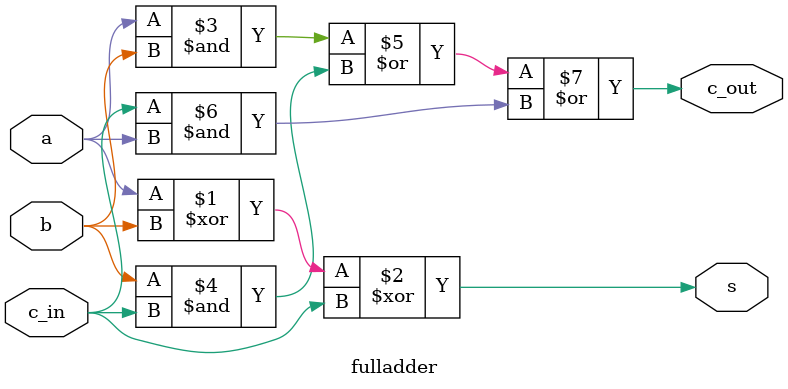
<source format=v>
module fulladder(
input a,
input b,
input c_in,
output s,
output c_out
);
assign s = a^b^c_in;
assign c_out = (a&b)|(b&c_in)|(c_in&a);

endmodule
</source>
